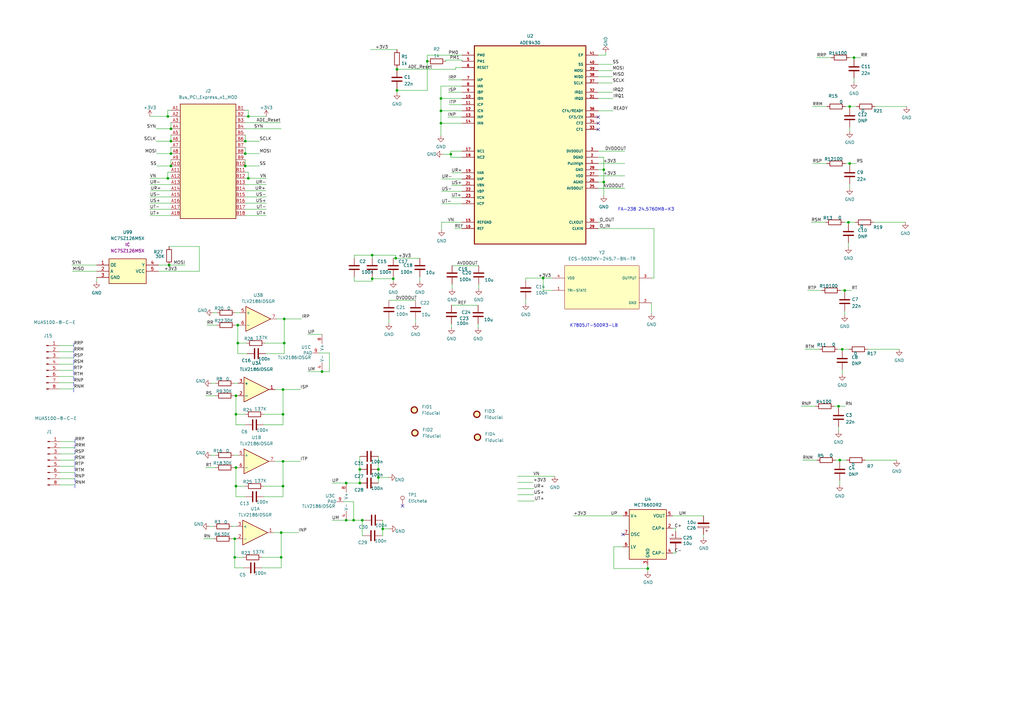
<source format=kicad_sch>
(kicad_sch (version 20211123) (generator eeschema)
  (paper "A3")
  (title_block (title "ADE Interface") (rev "4.0") (company "Delta Electronics SRL"))
  (junction (at 96.774 199.39))
  (junction (at 222.758 114.046))
  (junction (at 348.488 67.056))
  (junction (at 96.774 169.926))
  (junction (at 116.586 130.81))
  (junction (at 184.912 63.246))
  (junction (at 145.034 213.36))
  (junction (at 115.316 228.6))
  (junction (at 68.834 73.152))
  (junction (at 347.98 91.186))
  (junction (at 343.916 166.624))
  (junction (at 101.854 73.152))
  (junction (at 141.986 198.12))
  (junction (at 97.536 133.35))
  (junction (at 141.986 213.36))
  (junction (at 70.104 68.072))
  (junction (at 116.586 140.716))
  (junction (at 96.774 162.306))
  (junction (at 96.774 191.77))
  (junction (at 116.078 189.23))
  (junction (at 100.584 62.992))
  (junction (at 100.584 68.072))
  (junction (at 70.104 62.992))
  (junction (at 148.59 213.36))
  (junction (at 96.266 220.98))
  (junction (at 101.854 47.752))
  (junction (at 346.456 119.126))
  (junction (at 348.488 43.688))
  (junction (at 152.654 114.3))
  (junction (at 180.848 45.466))
  (junction (at 161.29 114.3))
  (junction (at 155.194 195.834))
  (junction (at 247.65 74.676))
  (junction (at 115.316 218.44))
  (junction (at 350.266 23.622))
  (junction (at 344.424 188.722))
  (junction (at 70.104 52.832))
  (junction (at 96.266 228.6))
  (junction (at 147.574 198.12))
  (junction (at 162.306 105.918))
  (junction (at 68.834 47.752))
  (junction (at 162.814 37.084))
  (junction (at 265.684 233.172))
  (junction (at 180.848 40.386))
  (junction (at 70.104 57.912))
  (junction (at 175.26 25.146))
  (junction (at 116.078 199.39))
  (junction (at 247.65 69.596))
  (junction (at 100.584 57.912))
  (junction (at 345.44 143.256))
  (junction (at 156.972 216.916))
  (junction (at 97.536 140.716))
  (junction (at 116.078 169.926))
  (junction (at 155.194 192.532))
  (junction (at 180.848 50.546))
  (junction (at 69.342 108.712))
  (junction (at 162.814 28.448))
  (junction (at 152.654 104.648))
  (junction (at 147.574 192.532))
  (junction (at 132.08 152.4))
  (junction (at 116.078 159.766))
  (no_connect (at 245.364 53.086))
  (no_connect (at 245.364 48.006))
  (no_connect (at 245.364 50.546))
  (no_connect (at 165.1 207.518))
  (no_connect (at 255.524 219.202))
  (wire (pts (xy 39.624 113.792) (xy 39.624 115.57)))
  (wire (pts (xy 245.364 69.596) (xy 247.65 69.596)))
  (wire (pts (xy 147.574 187.198) (xy 147.574 192.532)))
  (wire (pts (xy 347.98 99.568) (xy 347.98 101.346)))
  (wire (pts (xy 268.224 114.046) (xy 267.208 114.046)))
  (wire (pts (xy 184.912 63.246) (xy 181.61 63.246)))
  (wire (pts (xy 155.194 195.834) (xy 155.194 198.12)))
  (wire (pts (xy 70.104 55.372) (xy 70.104 57.912)))
  (wire (pts (xy 24.13 141.732) (xy 30.226 141.732)))
  (wire (pts (xy 108.966 145.034) (xy 116.586 145.034)))
  (wire (pts (xy 83.566 220.98) (xy 87.63 220.98)))
  (wire (pts (xy 275.844 226.822) (xy 277.114 226.822)))
  (wire (pts (xy 347.98 91.186) (xy 350.774 91.186)))
  (wire (pts (xy 162.306 105.918) (xy 172.212 105.918)))
  (wire (pts (xy 70.104 50.292) (xy 70.104 52.832)))
  (wire (pts (xy 159.512 130.81) (xy 159.512 132.588)))
  (wire (pts (xy 109.22 88.392) (xy 100.584 88.392)))
  (wire (pts (xy 24.13 156.972) (xy 30.226 156.972)))
  (wire (pts (xy 84.328 191.77) (xy 88.392 191.77)))
  (wire (pts (xy 255.524 224.282) (xy 251.714 224.282)))
  (wire (pts (xy 245.364 91.186) (xy 246.38 91.186)))
  (wire (pts (xy 100.584 199.39) (xy 96.774 199.39)))
  (wire (pts (xy 101.092 140.716) (xy 97.536 140.716)))
  (wire (pts (xy 181.102 73.406) (xy 189.484 73.406)))
  (wire (pts (xy 156.972 216.916) (xy 159.766 216.916)))
  (wire (pts (xy 81.788 101.092) (xy 81.788 111.252)))
  (polyline (pts (xy 30.734 180.086) (xy 30.734 200.152)))
  (wire (pts (xy 347.98 91.186) (xy 347.98 91.948)))
  (wire (pts (xy 348.488 67.056) (xy 351.282 67.056)))
  (wire (pts (xy 140.716 205.74) (xy 145.034 205.74)))
  (wire (pts (xy 189.484 24.638) (xy 189.484 25.146)))
  (wire (pts (xy 267.208 124.206) (xy 267.208 128.524)))
  (wire (pts (xy 346.456 119.126) (xy 349.25 119.126)))
  (wire (pts (xy 182.88 25.146) (xy 182.88 24.638)))
  (wire (pts (xy 345.44 143.256) (xy 345.44 144.018)))
  (wire (pts (xy 247.65 64.516) (xy 245.364 64.516)))
  (wire (pts (xy 172.212 113.538) (xy 172.212 115.316)))
  (wire (pts (xy 335.026 23.622) (xy 340.868 23.622)))
  (wire (pts (xy 108.966 78.232) (xy 100.584 78.232)))
  (wire (pts (xy 116.586 140.716) (xy 116.586 130.81)))
  (wire (pts (xy 247.65 69.596) (xy 247.65 74.676)))
  (wire (pts (xy 346.202 91.186) (xy 347.98 91.186)))
  (wire (pts (xy 145.034 205.74) (xy 145.034 213.36)))
  (wire (pts (xy 24.638 198.882) (xy 30.734 198.882)))
  (wire (pts (xy 149.098 219.71) (xy 148.59 219.71)))
  (wire (pts (xy 115.316 52.832) (xy 100.584 52.832)))
  (wire (pts (xy 170.434 130.81) (xy 170.434 132.588)))
  (wire (pts (xy 96.266 232.918) (xy 99.822 232.918)))
  (wire (pts (xy 115.316 232.918) (xy 115.316 228.6)))
  (wire (pts (xy 96.266 232.918) (xy 96.266 228.6)))
  (wire (pts (xy 344.424 188.722) (xy 344.424 189.484)))
  (wire (pts (xy 189.484 48.006) (xy 183.642 48.006)))
  (wire (pts (xy 348.488 23.622) (xy 350.266 23.622)))
  (wire (pts (xy 29.464 108.712) (xy 39.624 108.712)))
  (wire (pts (xy 343.916 166.624) (xy 343.916 167.386)))
  (wire (pts (xy 96.774 162.306) (xy 97.536 162.306)))
  (wire (pts (xy 135.128 152.4) (xy 132.08 152.4)))
  (wire (pts (xy 196.342 116.586) (xy 196.342 118.364)))
  (wire (pts (xy 342.646 188.722) (xy 344.424 188.722)))
  (wire (pts (xy 68.834 47.752) (xy 70.104 47.752)))
  (wire (pts (xy 245.364 26.416) (xy 251.206 26.416)))
  (wire (pts (xy 24.638 188.722) (xy 30.734 188.722)))
  (wire (pts (xy 29.718 111.252) (xy 39.624 111.252)))
  (wire (pts (xy 24.13 159.512) (xy 30.226 159.512)))
  (wire (pts (xy 108.204 169.926) (xy 116.078 169.926)))
  (wire (pts (xy 161.29 114.3) (xy 161.29 115.316)))
  (wire (pts (xy 344.424 197.104) (xy 344.424 198.882)))
  (wire (pts (xy 65.024 108.712) (xy 69.342 108.712)))
  (wire (pts (xy 24.638 193.802) (xy 30.734 193.802)))
  (wire (pts (xy 68.834 73.152) (xy 70.104 73.152)))
  (wire (pts (xy 329.184 188.722) (xy 335.026 188.722)))
  (wire (pts (xy 350.266 23.622) (xy 353.06 23.622)))
  (wire (pts (xy 116.078 174.244) (xy 116.078 169.926)))
  (wire (pts (xy 107.442 228.6) (xy 115.316 228.6)))
  (wire (pts (xy 151.892 20.32) (xy 162.814 20.32)))
  (wire (pts (xy 100.584 50.292) (xy 115.062 50.292)))
  (wire (pts (xy 212.344 195.326) (xy 227.584 195.326)))
  (wire (pts (xy 69.342 101.092) (xy 81.788 101.092)))
  (wire (pts (xy 84.836 133.35) (xy 88.9 133.35)))
  (wire (pts (xy 215.646 114.046) (xy 215.646 115.062)))
  (wire (pts (xy 108.204 203.708) (xy 116.078 203.708)))
  (wire (pts (xy 180.848 45.466) (xy 189.484 45.466)))
  (wire (pts (xy 277.114 216.662) (xy 277.114 217.932)))
  (wire (pts (xy 97.536 145.034) (xy 97.536 140.716)))
  (wire (pts (xy 162.814 27.94) (xy 162.814 28.448)))
  (wire (pts (xy 109.22 73.152) (xy 101.854 73.152)))
  (wire (pts (xy 147.574 192.532) (xy 147.574 198.12)))
  (wire (pts (xy 245.364 93.726) (xy 268.224 93.726)))
  (wire (pts (xy 61.468 85.852) (xy 70.104 85.852)))
  (wire (pts (xy 96.774 174.244) (xy 100.584 174.244)))
  (wire (pts (xy 180.848 50.546) (xy 189.484 50.546)))
  (wire (pts (xy 189.484 91.186) (xy 181.102 91.186)))
  (wire (pts (xy 152.654 114.3) (xy 161.29 114.3)))
  (wire (pts (xy 70.104 65.532) (xy 70.104 68.072)))
  (wire (pts (xy 328.676 166.624) (xy 334.518 166.624)))
  (wire (pts (xy 101.854 47.752) (xy 100.584 47.752)))
  (wire (pts (xy 182.88 24.638) (xy 189.484 24.638)))
  (wire (pts (xy 189.484 61.976) (xy 184.912 61.976)))
  (wire (pts (xy 180.848 40.386) (xy 180.848 45.466)))
  (wire (pts (xy 185.166 125.222) (xy 196.088 125.222)))
  (wire (pts (xy 141.986 198.12) (xy 147.574 198.12)))
  (wire (pts (xy 185.166 81.026) (xy 189.484 81.026)))
  (wire (pts (xy 245.364 45.466) (xy 251.46 45.466)))
  (wire (pts (xy 116.586 145.034) (xy 116.586 140.716)))
  (wire (pts (xy 65.024 111.252) (xy 81.788 111.252)))
  (wire (pts (xy 108.204 199.39) (xy 116.078 199.39)))
  (wire (pts (xy 96.266 228.6) (xy 96.266 220.98)))
  (wire (pts (xy 115.316 218.44) (xy 122.428 218.44)))
  (wire (pts (xy 70.104 70.612) (xy 68.834 70.612)))
  (polyline (pts (xy 30.226 160.782) (xy 30.226 160.782)))
  (wire (pts (xy 332.74 91.186) (xy 338.582 91.186)))
  (wire (pts (xy 185.42 108.966) (xy 196.342 108.966)))
  (wire (pts (xy 215.646 122.682) (xy 215.646 124.46)))
  (wire (pts (xy 247.65 74.676) (xy 247.65 80.264)))
  (wire (pts (xy 245.364 74.676) (xy 247.65 74.676)))
  (wire (pts (xy 96.774 174.244) (xy 96.774 169.926)))
  (wire (pts (xy 275.844 211.582) (xy 288.544 211.582)))
  (wire (pts (xy 88.392 157.226) (xy 86.614 157.226)))
  (wire (pts (xy 108.204 174.244) (xy 116.078 174.244)))
  (wire (pts (xy 245.364 31.496) (xy 251.206 31.496)))
  (wire (pts (xy 350.266 32.004) (xy 350.266 33.782)))
  (wire (pts (xy 189.484 27.686) (xy 186.944 27.686)))
  (wire (pts (xy 61.468 75.692) (xy 70.104 75.692)))
  (wire (pts (xy 24.638 181.102) (xy 30.734 181.102)))
  (wire (pts (xy 248.412 22.606) (xy 248.412 21.59)))
  (wire (pts (xy 348.488 75.438) (xy 348.488 77.216)))
  (wire (pts (xy 344.424 188.722) (xy 347.218 188.722)))
  (wire (pts (xy 212.344 197.866) (xy 218.694 197.866)))
  (wire (pts (xy 132.08 137.16) (xy 126.238 137.16)))
  (wire (pts (xy 155.194 192.532) (xy 155.194 195.834)))
  (wire (pts (xy 348.488 43.688) (xy 348.488 44.45)))
  (wire (pts (xy 61.468 80.772) (xy 70.104 80.772)))
  (wire (pts (xy 61.468 88.392) (xy 70.104 88.392)))
  (wire (pts (xy 186.944 28.448) (xy 162.814 28.448)))
  (wire (pts (xy 162.814 28.448) (xy 162.814 28.702)))
  (wire (pts (xy 68.834 70.612) (xy 68.834 73.152)))
  (wire (pts (xy 186.944 27.686) (xy 186.944 28.448)))
  (wire (pts (xy 141.986 213.36) (xy 136.144 213.36)))
  (wire (pts (xy 181.102 91.186) (xy 181.102 94.234)))
  (wire (pts (xy 109.22 75.692) (xy 100.584 75.692)))
  (wire (pts (xy 355.854 143.256) (xy 368.808 143.256)))
  (wire (pts (xy 96.774 203.708) (xy 96.774 199.39)))
  (wire (pts (xy 180.848 35.306) (xy 180.848 40.386)))
  (wire (pts (xy 162.814 36.322) (xy 162.814 37.084)))
  (wire (pts (xy 100.584 45.212) (xy 101.854 45.212)))
  (wire (pts (xy 116.586 130.81) (xy 123.698 130.81)))
  (wire (pts (xy 70.104 62.992) (xy 64.262 62.992)))
  (wire (pts (xy 189.484 64.516) (xy 184.912 64.516)))
  (wire (pts (xy 185.166 132.842) (xy 185.166 134.366)))
  (wire (pts (xy 101.854 70.612) (xy 101.854 73.152)))
  (wire (pts (xy 148.59 213.36) (xy 148.59 219.71)))
  (wire (pts (xy 344.678 119.126) (xy 346.456 119.126)))
  (wire (pts (xy 245.364 34.036) (xy 251.206 34.036)))
  (wire (pts (xy 148.59 213.36) (xy 149.352 213.36)))
  (wire (pts (xy 346.71 43.688) (xy 348.488 43.688)))
  (wire (pts (xy 97.536 145.034) (xy 101.346 145.034)))
  (wire (pts (xy 180.848 40.386) (xy 189.484 40.386)))
  (wire (pts (xy 161.29 113.538) (xy 161.29 114.3)))
  (wire (pts (xy 132.08 152.4) (xy 126.238 152.4)))
  (wire (pts (xy 226.568 114.046) (xy 222.758 114.046)))
  (wire (pts (xy 185.166 70.866) (xy 189.484 70.866)))
  (wire (pts (xy 155.194 195.834) (xy 159.512 195.834)))
  (wire (pts (xy 186.436 93.726) (xy 189.484 93.726)))
  (wire (pts (xy 184.912 61.976) (xy 184.912 63.246)))
  (wire (pts (xy 109.22 47.752) (xy 101.854 47.752)))
  (wire (pts (xy 115.316 228.6) (xy 115.316 218.44)))
  (wire (pts (xy 189.484 35.306) (xy 180.848 35.306)))
  (wire (pts (xy 96.012 162.306) (xy 96.774 162.306)))
  (wire (pts (xy 212.344 202.946) (xy 218.948 202.946)))
  (wire (pts (xy 24.638 196.342) (xy 30.734 196.342)))
  (wire (pts (xy 24.13 146.812) (xy 30.226 146.812)))
  (wire (pts (xy 343.916 175.006) (xy 343.916 176.784)))
  (wire (pts (xy 24.638 191.262) (xy 30.734 191.262)))
  (wire (pts (xy 109.22 83.312) (xy 100.584 83.312)))
  (wire (pts (xy 180.848 50.546) (xy 180.848 55.626)))
  (wire (pts (xy 156.972 213.36) (xy 156.972 216.916)))
  (wire (pts (xy 185.166 75.946) (xy 189.484 75.946)))
  (wire (pts (xy 145.288 105.918) (xy 145.288 104.648)))
  (wire (pts (xy 101.854 73.152) (xy 100.584 73.152)))
  (wire (pts (xy 346.456 127.508) (xy 346.456 129.286)))
  (wire (pts (xy 87.63 215.9) (xy 85.852 215.9)))
  (wire (pts (xy 100.584 62.992) (xy 106.426 62.992)))
  (wire (pts (xy 343.662 143.256) (xy 345.44 143.256)))
  (wire (pts (xy 61.722 78.232) (xy 70.104 78.232)))
  (polyline (pts (xy 30.734 200.152) (xy 30.734 200.152)))
  (wire (pts (xy 70.104 45.212) (xy 68.834 45.212)))
  (wire (pts (xy 212.344 200.406) (xy 218.948 200.406)))
  (wire (pts (xy 189.484 32.766) (xy 183.896 32.766)))
  (wire (pts (xy 245.364 72.136) (xy 256.286 72.136)))
  (wire (pts (xy 145.288 104.648) (xy 152.654 104.648)))
  (wire (pts (xy 350.266 23.622) (xy 350.266 24.384)))
  (wire (pts (xy 100.584 70.612) (xy 101.854 70.612)))
  (wire (pts (xy 68.834 45.212) (xy 68.834 47.752)))
  (wire (pts (xy 96.774 203.708) (xy 100.584 203.708)))
  (wire (pts (xy 265.684 231.902) (xy 265.684 233.172)))
  (wire (pts (xy 235.204 211.582) (xy 255.524 211.582)))
  (wire (pts (xy 345.44 151.638) (xy 345.44 153.416)))
  (wire (pts (xy 113.538 130.81) (xy 116.586 130.81)))
  (wire (pts (xy 100.584 57.912) (xy 106.426 57.912)))
  (wire (pts (xy 162.814 37.084) (xy 162.814 38.1)))
  (wire (pts (xy 245.364 61.976) (xy 256.286 61.976)))
  (wire (pts (xy 152.654 105.918) (xy 152.654 104.648)))
  (wire (pts (xy 24.638 186.182) (xy 30.734 186.182)))
  (wire (pts (xy 107.442 232.918) (xy 115.316 232.918)))
  (wire (pts (xy 161.29 105.918) (xy 162.306 105.918)))
  (wire (pts (xy 116.078 159.766) (xy 123.19 159.766)))
  (wire (pts (xy 175.26 25.146) (xy 175.26 37.084)))
  (wire (pts (xy 88.9 128.27) (xy 87.376 128.27)))
  (wire (pts (xy 251.714 224.282) (xy 251.714 233.172)))
  (wire (pts (xy 116.078 199.39) (xy 116.078 189.23)))
  (wire (pts (xy 112.268 218.44) (xy 115.316 218.44)))
  (wire (pts (xy 348.488 43.688) (xy 351.282 43.688)))
  (wire (pts (xy 96.52 133.35) (xy 97.536 133.35)))
  (wire (pts (xy 61.468 83.312) (xy 70.104 83.312)))
  (wire (pts (xy 155.194 187.198) (xy 155.194 192.532)))
  (wire (pts (xy 116.078 189.23) (xy 123.19 189.23)))
  (wire (pts (xy 70.104 57.912) (xy 64.008 57.912)))
  (wire (pts (xy 184.15 42.926) (xy 189.484 42.926)))
  (wire (pts (xy 251.714 233.172) (xy 265.684 233.172)))
  (wire (pts (xy 109.22 80.772) (xy 100.584 80.772)))
  (wire (pts (xy 116.078 169.926) (xy 116.078 159.766)))
  (wire (pts (xy 245.364 40.386) (xy 251.46 40.386)))
  (wire (pts (xy 222.758 119.126) (xy 222.758 114.046)))
  (wire (pts (xy 184.912 64.516) (xy 184.912 63.246)))
  (wire (pts (xy 96.774 169.926) (xy 96.774 162.306)))
  (wire (pts (xy 358.394 91.186) (xy 371.348 91.186)))
  (wire (pts (xy 348.488 52.07) (xy 348.488 53.848)))
  (wire (pts (xy 185.42 116.586) (xy 185.42 118.364)))
  (wire (pts (xy 99.822 228.6) (xy 96.266 228.6)))
  (wire (pts (xy 112.776 189.23) (xy 116.078 189.23)))
  (wire (pts (xy 101.854 45.212) (xy 101.854 47.752)))
  (wire (pts (xy 348.488 67.056) (xy 348.488 67.818)))
  (wire (pts (xy 141.986 198.12) (xy 136.144 198.12)))
  (wire (pts (xy 226.568 119.126) (xy 222.758 119.126)))
  (wire (pts (xy 145.034 213.36) (xy 148.59 213.36)))
  (wire (pts (xy 346.456 119.126) (xy 346.456 119.888)))
  (wire (pts (xy 354.838 188.722) (xy 367.792 188.722)))
  (wire (pts (xy 61.468 47.752) (xy 68.834 47.752)))
  (wire (pts (xy 181.102 78.486) (xy 189.484 78.486)))
  (wire (pts (xy 70.104 68.072) (xy 64.262 68.072)))
  (wire (pts (xy 152.654 114.3) (xy 152.654 115.316)))
  (wire (pts (xy 183.896 37.846) (xy 189.484 37.846)))
  (wire (pts (xy 109.22 85.852) (xy 100.584 85.852)))
  (wire (pts (xy 343.916 166.624) (xy 346.71 166.624)))
  (wire (pts (xy 152.654 104.648) (xy 162.306 104.648)))
  (wire (pts (xy 100.584 68.072) (xy 106.426 68.072)))
  (wire (pts (xy 100.584 65.532) (xy 100.584 68.072)))
  (wire (pts (xy 108.712 140.716) (xy 116.586 140.716)))
  (wire (pts (xy 346.71 67.056) (xy 348.488 67.056)))
  (wire (pts (xy 96.774 191.77) (xy 97.536 191.77)))
  (wire (pts (xy 288.544 219.202) (xy 288.544 220.472)))
  (wire (pts (xy 333.248 43.688) (xy 339.09 43.688)))
  (wire (pts (xy 345.44 143.256) (xy 348.234 143.256)))
  (wire (pts (xy 245.364 37.846) (xy 251.206 37.846)))
  (wire (pts (xy 24.13 144.272) (xy 30.226 144.272)))
  (wire (pts (xy 84.328 162.306) (xy 88.392 162.306)))
  (wire (pts (xy 212.344 205.486) (xy 219.202 205.486)))
  (wire (pts (xy 277.114 226.822) (xy 277.114 225.552)))
  (wire (pts (xy 97.536 133.35) (xy 98.298 133.35)))
  (wire (pts (xy 265.684 233.172) (xy 265.684 234.442)))
  (wire (pts (xy 333.248 67.056) (xy 339.09 67.056)))
  (wire (pts (xy 96.52 128.27) (xy 98.298 128.27)))
  (wire (pts (xy 268.224 93.726) (xy 268.224 114.046)))
  (wire (pts (xy 196.088 132.842) (xy 196.088 134.366)))
  (wire (pts (xy 95.25 220.98) (xy 96.266 220.98)))
  (wire (pts (xy 96.012 191.77) (xy 96.774 191.77)))
  (wire (pts (xy 162.814 37.084) (xy 175.26 37.084)))
  (wire (pts (xy 152.654 113.538) (xy 152.654 114.3)))
  (wire (pts (xy 100.584 60.452) (xy 100.584 62.992)))
  (wire (pts (xy 112.776 159.766) (xy 116.078 159.766)))
  (wire (pts (xy 245.364 77.216) (xy 256.286 77.216)))
  (wire (pts (xy 100.584 169.926) (xy 96.774 169.926)))
  (wire (pts (xy 24.638 183.642) (xy 30.734 183.642)))
  (wire (pts (xy 156.972 219.71) (xy 156.718 219.71)))
  (wire (pts (xy 222.758 114.046) (xy 215.646 114.046)))
  (wire (pts (xy 69.342 108.712) (xy 75.946 108.712)))
  (wire (pts (xy 145.288 113.538) (xy 145.288 115.316)))
  (wire (pts (xy 189.484 22.606) (xy 175.26 22.606)))
  (wire (pts (xy 145.034 213.36) (xy 141.986 213.36)))
  (wire (pts (xy 275.844 216.662) (xy 277.114 216.662)))
  (wire (pts (xy 61.468 73.152) (xy 68.834 73.152)))
  (wire (pts (xy 95.25 215.9) (xy 97.028 215.9)))
  (wire (pts (xy 24.13 154.432) (xy 30.226 154.432)))
  (wire (pts (xy 331.216 119.126) (xy 337.058 119.126)))
  (wire (pts (xy 130.81 144.78) (xy 135.128 144.78)))
  (wire (pts (xy 162.306 104.648) (xy 162.306 105.918)))
  (wire (pts (xy 24.13 149.352) (xy 30.226 149.352)))
  (wire (pts (xy 175.26 22.606) (xy 175.26 25.146)))
  (wire (pts (xy 342.138 166.624) (xy 343.916 166.624)))
  (wire (pts (xy 156.972 216.916) (xy 156.972 219.71)))
  (wire (pts (xy 97.536 140.716) (xy 97.536 133.35)))
  (wire (pts (xy 135.128 144.78) (xy 135.128 152.4)))
  (wire (pts (xy 96.266 220.98) (xy 97.028 220.98)))
  (wire (pts (xy 180.848 45.466) (xy 180.848 50.546)))
  (wire (pts (xy 116.078 203.708) (xy 116.078 199.39)))
  (wire (pts (xy 245.364 67.056) (xy 256.286 67.056)))
  (wire (pts (xy 247.65 64.516) (xy 247.65 69.596)))
  (wire (pts (xy 152.654 115.316) (xy 145.288 115.316)))
  (wire (pts (xy 70.104 60.452) (xy 70.104 62.992)))
  (wire (pts (xy 330.2 143.256) (xy 336.042 143.256)))
  (wire (pts (xy 245.364 28.956) (xy 251.206 28.956)))
  (wire (pts (xy 88.392 186.69) (xy 86.614 186.69)))
  (wire (pts (xy 96.012 186.69) (xy 97.536 186.69)))
  (wire (pts (xy 70.104 52.832) (xy 64.008 52.832)))
  (wire (pts (xy 245.364 22.606) (xy 248.412 22.606)))
  (wire (pts (xy 24.13 151.892) (xy 30.226 151.892)))
  (polyline (pts (xy 30.226 140.716) (xy 30.226 160.782)))
  (wire (pts (xy 358.902 43.688) (xy 371.856 43.688)))
  (wire (pts (xy 181.102 83.566) (xy 189.484 83.566)))
  (wire (pts (xy 100.584 55.372) (xy 100.584 57.912)))
  (wire (pts (xy 159.512 123.19) (xy 170.434 123.19)))
  (wire (pts (xy 96.774 199.39) (xy 96.774 191.77)))
  (wire (pts (xy 96.012 157.226) (xy 97.536 157.226)))
  (text "FA-238 24.5760MB-K3" (at 253.4158 86.7156 0) (effects (font (size 1.27 1.27)) (justify left bottom)))
  (text "K7805JT-500R3-LB" (at 233.68 134.366 0) (effects (font (size 1.27 1.27)) (justify left bottom)))
  (label "+3V3" (at 220.726 114.046 0))
  (label "C-" (at 276.606 226.822 0))
  (label "RSP" (at 30.734 186.182 0))
  (label "RS" (at 351.282 67.056 0))
  (label "RRM" (at 30.226 144.272 0))
  (label "UM" (at 278.384 211.582 0))
  (label "RRM" (at 30.734 183.642 0))
  (label "INP" (at 122.428 218.44 0))
  (label "RNM" (at 30.226 159.512 0))
  (label "US+" (at 109.22 83.312 180))
  (label "SYN" (at 29.464 108.712 0))
  (label "+3V3" (at 218.694 197.866 0))
  (label "RTP" (at 331.216 119.126 0))
  (label "SCLK" (at 64.008 57.912 180))
  (label "US-" (at 181.102 78.486 0))
  (label "REF" (at 186.436 93.726 0))
  (label "US-" (at 109.22 80.772 180))
  (label "RSM" (at 30.734 188.722 0))
  (label "RNP" (at 328.676 166.624 0))
  (label "O_OUT" (at 245.872 91.186 0))
  (label "SCLK" (at 251.206 34.036 0))
  (label "UP" (at 136.144 198.12 0))
  (label "MOSI" (at 251.206 28.956 0))
  (label "UR-" (at 181.102 73.406 0))
  (label "+3V3" (at 163.322 105.918 0))
  (label "PM0" (at 183.896 22.606 0))
  (label "RR" (at 84.836 133.35 0))
  (label "RSM" (at 30.226 149.352 0))
  (label "VN" (at 218.694 195.326 0))
  (label "MOSI" (at 64.262 62.992 180))
  (label "SCLK" (at 106.426 57.912 0))
  (label "REF" (at 187.706 125.222 0))
  (label "PM1" (at 184.404 24.638 0))
  (label "+3V3" (at 235.204 211.582 0))
  (label "VN" (at 109.22 73.152 180))
  (label "RNM" (at 329.184 188.722 0))
  (label "DVDDOUT" (at 248.158 61.976 0))
  (label "VN" (at 183.642 91.186 0))
  (label "SYN" (at 64.008 52.832 180))
  (label "RNP" (at 30.226 156.972 0))
  (label "+3V3" (at 247.396 67.056 0))
  (label "+3V3" (at 247.396 72.136 0))
  (label "RTP" (at 30.734 191.262 0))
  (label "SS" (at 106.426 68.072 0))
  (label "UP" (at 250.444 211.582 0))
  (label "UT+" (at 185.166 81.026 0))
  (label "RN" (at 346.71 166.624 0))
  (label "ITP" (at 123.19 189.23 0))
  (label "RTP" (at 30.226 151.892 0))
  (label "MISO" (at 251.206 31.496 0))
  (label "RNM" (at 30.734 198.882 0))
  (label "RSP" (at 333.248 67.056 0))
  (label "AVDDOUT" (at 187.452 108.966 0))
  (label "US+" (at 218.948 202.946 0))
  (label "MOSI" (at 106.426 62.992 0))
  (label "IRQ1" (at 251.46 40.386 0))
  (label "RRM" (at 333.248 43.688 0))
  (label "RS" (at 84.328 162.306 0))
  (label "C+" (at 276.606 216.662 0))
  (label "RRP" (at 30.226 141.732 0))
  (label "UR-" (at 61.468 75.692 0))
  (label "UT-" (at 61.468 85.852 0))
  (label "O_IN" (at 245.872 93.726 0))
  (label "UT+" (at 109.22 88.392 180))
  (label "UT+" (at 61.468 88.392 0))
  (label "RSM" (at 332.74 91.186 0))
  (label "RN" (at 83.566 220.98 0))
  (label "SS" (at 64.262 68.072 180))
  (label "UT-" (at 181.102 83.566 0))
  (label "UP" (at 126.238 137.16 0))
  (label "AVDDOUT" (at 247.396 77.216 0))
  (label "UT+" (at 219.202 205.486 0))
  (label "US+" (at 185.166 75.946 0))
  (label "DVDDOUT" (at 162.306 123.19 0))
  (label "VN" (at 61.468 73.152 0))
  (label "RRP" (at 335.026 23.622 0))
  (label "RTM" (at 30.226 154.432 0))
  (label "US+" (at 61.468 83.312 0))
  (label "RTM" (at 30.734 193.802 0))
  (label "IRQ2" (at 251.206 37.846 0))
  (label "ISP" (at 183.896 37.846 0))
  (label "US-" (at 61.468 80.772 0))
  (label "SS" (at 251.206 26.416 0))
  (label "READY" (at 251.46 45.466 0))
  (label "+3V3" (at 67.31 111.252 0))
  (label "SYN" (at 104.14 52.832 0))
  (label "UR+" (at 218.948 200.406 0))
  (label "UR+" (at 61.722 78.232 0))
  (label "MOSI" (at 75.946 108.712 180))
  (label "RT" (at 84.328 191.77 0))
  (label "UM" (at 126.238 152.4 0))
  (label "+3V3" (at 153.924 20.32 0))
  (label "RRP" (at 30.734 181.102 0))
  (label "IRP" (at 123.698 130.81 0))
  (label "RNP" (at 30.734 196.342 0))
  (label "ADE_Reset" (at 167.386 28.448 0))
  (label "ADE_Reset" (at 115.062 50.292 180))
  (label "UM" (at 136.144 213.36 0))
  (label "UR-" (at 109.22 75.692 180))
  (label "RSP" (at 30.226 146.812 0))
  (label "MISO" (at 29.718 111.252 0))
  (label "RT" (at 349.25 119.126 0))
  (label "INP" (at 183.642 48.006 0))
  (label "RTM" (at 330.2 143.256 0))
  (label "ISP" (at 123.19 159.766 0))
  (label "RR" (at 353.06 23.622 0))
  (label "UT-" (at 109.22 85.852 180))
  (label "UR+" (at 185.166 70.866 0))
  (label "IRP" (at 183.896 32.766 0))
  (label "ITP" (at 184.15 42.926 0))
  (label "UR+" (at 108.966 78.232 180))
  (symbol (lib_id "power:GND") (at 159.512 195.834 90) (unit 1)
    (property "Reference" "#PWR03" (effects hide))
    (property "Value" "GND" (at 163.8554 196.7738 90))
  )
  (symbol (lib_id "Connector:TestPoint") (at 165.1 207.518 0) (unit 1)
    (property "Reference" "TP1" (at 167.386 202.9459 0) (effects (justify left)))
    (property "Value" "Eticheta" (at 167.386 205.4859 0) (effects (justify left)))
    (property "Footprint" "Symbol:Eticheta" (effects hide))
  )
  (symbol (lib_id "power:GND") (at 172.212 115.316 0) (mirror y) (unit 1)
    (property "Reference" "#PWR0157" (effects hide))
    (property "Value" "GND" (at 172.212 119.8785 0))
  )
  (symbol (lib_id "Device:C") (at 103.632 232.918 270) (unit 1)
    (property "Reference" "C5" (at 99.4918 235.7374 90))
    (property "Value" "100n" (at 106.8578 235.1024 90))
    (property "Footprint" "Capacitor_SMD:C_0402_1005Metric" (effects hide))
  )
  (symbol (lib_id "power:GND") (at 348.488 53.848 0) (unit 1)
    (property "Reference" "#PWR09" (effects hide))
    (property "Value" "GND" (at 348.488 58.4105 0))
  )
  (symbol (lib_id "Device:C") (at 105.156 145.034 270) (unit 1)
    (property "Reference" "C16" (at 101.0158 147.8534 90))
    (property "Value" "100n" (at 108.3818 147.2184 90))
    (property "Footprint" "Capacitor_SMD:C_0402_1005Metric" (effects hide))
  )
  (symbol (lib_name "OPA2134_1") (lib_id "Amplifier_Operational:OPA2134") (at 134.62 144.78 0) (unit 3)
    (property "Reference" "U1" (at 127.5588 142.3924 0) (effects (justify right)))
    (property "Value" "TLV2186IDSGR" (at 127.6351 146.6466 0) (effects (justify right)))
    (property "Footprint" "Package_SON:WSON-8-1EP_2x2mm_P0.5mm_EP0.9x1.6mm_ThermalVias" (effects hide))
    (property "Datasheet" "http://www.ti.com/lit/ds/symlink/opa134.pdf" (effects hide))
  )
  (symbol (lib_id "power:GND") (at 85.852 215.9 270) (unit 1)
    (property "Reference" "#PWR010" (effects hide))
    (property "Value" "GND" (at 81.5086 214.9602 90))
  )
  (symbol (lib_id "Device:R") (at 351.028 188.722 90) (unit 1)
    (property "Reference" "R7" (at 355.6 191.262 90) (effects (justify right)))
    (property "Value" "0" (at 349.1614 190.5 90) (effects (justify right)))
    (property "Footprint" "Resistor_SMD:R_0402_1005Metric" (effects hide))
  )
  (symbol (lib_id "Device:C") (at 152.908 219.71 270) (unit 1)
    (property "Reference" "C29" (at 148.7678 222.5294 90))
    (property "Value" "100n" (at 156.1338 221.8944 90))
    (property "Footprint" "Capacitor_SMD:C_0402_1005Metric" (effects hide))
  )
  (symbol (lib_id "Device:R") (at 92.71 128.27 270) (unit 1)
    (property "Reference" "R20" (at 91.8015 126.492 90) (effects (justify right)))
    (property "Value" "0" (at 94.5766 126.492 90) (effects (justify right)))
    (property "Footprint" "Resistor_SMD:R_0402_1005Metric" (effects hide))
  )
  (symbol (lib_id "Device:C") (at 145.288 109.728 0) (unit 1)
    (property "Reference" "C2" (at 147.3454 107.2388 0) (effects (justify left)))
    (property "Value" "100n" (at 148.209 111.5946 0) (effects (justify left)))
    (property "Footprint" "Capacitor_SMD:C_0603_1608Metric" (effects hide))
  )
  (symbol (lib_name "OPA2134_1") (lib_id "Amplifier_Operational:OPA2134") (at 144.526 205.74 0) (unit 3)
    (property "Reference" "U3" (at 137.4648 203.3524 0) (effects (justify right)))
    (property "Value" "TLV2186IDSGR" (at 137.5411 207.6066 0) (effects (justify right)))
    (property "Footprint" "Package_SON:WSON-8-1EP_2x2mm_P0.5mm_EP0.9x1.6mm_ThermalVias" (effects hide))
    (property "Datasheet" "http://www.ti.com/lit/ds/symlink/opa134.pdf" (effects hide))
  )
  (symbol (lib_id "Device:CP") (at 288.544 215.392 180) (unit 1)
    (property "Reference" "C26" (at 285.5468 216.5604 0) (effects (justify left)))
    (property "Value" "10u" (at 285.5468 214.249 0) (effects (justify left)))
    (property "Footprint" "Capacitor_SMD:C_1206_3216Metric" (effects hide))
  )
  (symbol (lib_id "Buffer3S:NC7SZ126M5X") (at 39.624 108.712 0) (unit 1)
    (property "Reference" "U99" (at 52.324 95.25 0))
    (property "Value" "NC7SZ126M5X" (at 52.324 97.79 0))
    (property "Footprint" "Buffer3S:Buffer3S" (effects hide))
    (property "Reference_1" "IC" (at 52.324 100.33 0))
    (property "Value_1" "NC7SZ126M5X" (at 52.324 102.87 0))
    (property "Footprint_1" "SOT95P280X145-5N" (effects hide))
    (property "Height" "1.45" (effects hide))
    (property "Manufacturer_Name" "onsemi" (effects hide))
    (property "Manufacturer_Part_Number" "NC7SZ126M5X" (effects hide))
    (property "Mouser Part Number" "512-NC7SZ126M5X" (effects hide))
    (property "Mouser Price/Stock" "https://www.mouser.co.uk/ProductDetail/ON-Semiconductor-Fairchild/NC7SZ126M5X?qs=HZXUBxYhOPmLzNTkuMx7Mg%3D%3D" (effects hide))
    (property "Arrow Part Number" "NC7SZ126M5X" (effects hide))
    (property "Arrow Price/Stock" "https://www.arrow.com/en/products/nc7sz126m5x/on-semiconductor?region=nac" (effects hide))
  )
  (symbol (lib_id "Device:CP") (at 277.114 221.742 0) (unit 1)
    (property "Reference" "C25" (at 280.1112 220.5736 0) (effects (justify left)))
    (property "Value" "10u" (at 280.1112 222.885 0) (effects (justify left)))
    (property "Footprint" "Capacitor_SMD:C_1206_3216Metric" (effects hide))
  )
  (symbol (lib_id "Device:R") (at 338.836 188.722 270) (unit 1)
    (property "Reference" "R5" (at 337.9275 186.944 90) (effects (justify right)))
    (property "Value" "0" (at 341.63 186.8424 90) (effects (justify right)))
    (property "Footprint" "Resistor_SMD:R_0402_1005Metric" (effects hide))
  )
  (symbol (lib_id "power:GND") (at 343.916 176.784 0) (unit 1)
    (property "Reference" "#PWR01" (effects hide))
    (property "Value" "GND" (at 343.916 181.3465 0))
  )
  (symbol (lib_id "Device:C") (at 196.088 129.032 0) (mirror y) (unit 1)
    (property "Reference" "C24" (at 193.167 128.1235 0) (effects (justify left)))
    (property "Value" "10u" (at 202.2856 131.0894 0) (effects (justify left)))
    (property "Footprint" "Capacitor_SMD:C_1206_3216Metric" (effects hide))
  )
  (symbol (lib_id "power:GND") (at 215.646 124.46 0) (unit 1)
    (property "Reference" "#PWR0161" (effects hide))
    (property "Value" "GND" (at 215.646 129.0225 0))
  )
  (symbol (lib_id "Device:R") (at 355.092 43.688 90) (unit 1)
    (property "Reference" "R21" (at 358.14 45.466 90) (effects (justify right)))
    (property "Value" "0" (at 353.2254 45.466 90) (effects (justify right)))
    (property "Footprint" "Resistor_SMD:R_0402_1005Metric" (effects hide))
  )
  (symbol (lib_id "Device:R") (at 91.44 220.98 270) (unit 1)
    (property "Reference" "R6" (at 90.5315 219.202 90) (effects (justify right)))
    (property "Value" "30K" (at 94.4626 219.1004 90) (effects (justify right)))
    (property "Footprint" "Resistor_SMD:R_0402_1005Metric" (effects hide))
  )
  (symbol (lib_id "Device:C") (at 346.456 123.698 0) (unit 1)
    (property "Reference" "C7" (at 349.377 122.7895 0) (effects (justify left)))
    (property "Value" "22n" (at 349.377 125.5646 0) (effects (justify left)))
    (property "Footprint" "Capacitor_SMD:C_0402_1005Metric" (effects hide))
  )
  (symbol (lib_id "power:GND") (at 367.792 188.722 0) (unit 1)
    (property "Reference" "#PWR017" (effects hide))
    (property "Value" "GND" (at 367.792 193.2845 0))
  )
  (symbol (lib_id "power:GND") (at 161.29 115.316 0) (unit 1)
    (property "Reference" "#PWR0158" (effects hide))
    (property "Value" "GND" (at 161.29 119.8785 0))
  )
  (symbol (lib_id "Device:R") (at 339.852 143.256 270) (unit 1)
    (property "Reference" "R11" (at 338.9435 141.478 90) (effects (justify right)))
    (property "Value" "0" (at 342.646 141.3764 90) (effects (justify right)))
    (property "Footprint" "Resistor_SMD:R_0402_1005Metric" (effects hide))
  )
  (symbol (lib_id "power:GND") (at 39.624 115.57 0) (unit 1)
    (property "Reference" "#PWR0104" (effects hide))
    (property "Value" "GND" (at 39.624 120.1325 0))
  )
  (symbol (lib_id "Regulator_SwitchedCapacitor:LMC7660") (at 265.684 219.202 0) (unit 1)
    (property "Reference" "U4" (at 265.684 204.8002 0))
    (property "Value" "MC7660DR2" (at 265.684 207.1116 0))
    (property "Footprint" "Package_SO:SO-8_3.9x4.9mm_P1.27mm" (effects hide))
    (property "Datasheet" "http://www.ti.com/lit/ds/symlink/lmc7660.pdf" (effects hide))
  )
  (symbol (lib_id "power:GND") (at 185.42 118.364 0) (unit 1)
    (property "Reference" "#PWR0166" (effects hide))
    (property "Value" "GND" (at 185.42 122.9265 0))
  )
  (symbol (lib_id "power:GND") (at 371.348 91.186 0) (unit 1)
    (property "Reference" "#PWR019" (effects hide))
    (property "Value" "GND" (at 371.348 95.7485 0))
  )
  (symbol (lib_id "ECS-5032:ECS-5032MV-245.7-BN-TR") (at 246.888 116.586 0) (unit 1)
    (property "Reference" "Y2" (at 246.888 103.5812 0))
    (property "Value" "ECS-5032MV-245.7-BN-TR" (at 246.888 106.1212 0))
    (property "Footprint" "Oscillator:OSC_ECS-5032MV-245.7-BN-TR" (effects hide))
  )
  (symbol (lib_id "Amplifier_Operational:OPA2134") (at 105.156 159.766 0) (unit 1)
    (property "Reference" "U3" (at 105.156 148.9456 0))
    (property "Value" "TLV2186IDSGR" (at 105.156 151.4856 0))
    (property "Footprint" "Package_SON:WSON-8-1EP_2x2mm_P0.5mm_EP0.9x1.6mm_ThermalVias" (effects hide))
    (property "Datasheet" "http://www.ti.com/lit/ds/symlink/opa134.pdf" (effects hide))
  )
  (symbol (lib_id "Device:R") (at 92.202 186.69 270) (unit 1)
    (property "Reference" "R16" (at 91.2935 184.912 90) (effects (justify right)))
    (property "Value" "0" (at 94.0686 184.912 90) (effects (justify right)))
    (property "Footprint" "Resistor_SMD:R_0402_1005Metric" (effects hide))
  )
  (symbol (lib_id "Device:R") (at 342.9 43.688 270) (unit 1)
    (property "Reference" "R15" (at 343.662 39.37 90) (effects (justify right)))
    (property "Value" "0" (at 345.694 41.8084 90) (effects (justify right)))
    (property "Footprint" "Resistor_SMD:R_0402_1005Metric" (effects hide))
  )
  (symbol (lib_id "Device:C") (at 151.384 192.532 270) (unit 1)
    (property "Reference" "C27" (at 147.2438 195.3514 90))
    (property "Value" "100n" (at 154.6098 194.7164 90))
    (property "Footprint" "Capacitor_SMD:C_0402_1005Metric" (effects hide))
  )
  (symbol (lib_id "power:+3.3V") (at 61.468 47.752 0) (unit 1)
    (property "Reference" "#PWR011" (effects hide))
    (property "Value" "+3.3V" (at 61.468 44.1475 0))
  )
  (symbol (lib_id "Device:R") (at 338.328 166.624 270) (unit 1)
    (property "Reference" "R4" (at 337.4195 164.846 90) (effects (justify right)))
    (property "Value" "100" (at 341.122 164.7444 90) (effects (justify right)))
    (property "Footprint" "Resistor_SMD:R_0402_1005Metric" (effects hide))
  )
  (symbol (lib_id "power:GND") (at 87.376 128.27 270) (unit 1)
    (property "Reference" "#PWR016" (effects hide))
    (property "Value" "GND" (at 83.0326 127.3302 90))
  )
  (symbol (lib_id "power:GND") (at 86.614 186.69 270) (unit 1)
    (property "Reference" "#PWR015" (effects hide))
    (property "Value" "GND" (at 82.2706 185.7502 90))
  )
  (symbol (lib_id "Device:C") (at 152.654 109.728 0) (unit 1)
    (property "Reference" "C15" (at 154.7114 107.2388 0) (effects (justify left)))
    (property "Value" "100n" (at 155.575 111.5946 0) (effects (justify left)))
    (property "Footprint" "Capacitor_SMD:C_0402_1005Metric" (effects hide))
  )
  (symbol (lib_id "power:+3.3V") (at 109.22 47.752 0) (mirror y) (unit 1)
    (property "Reference" "#PWR012" (effects hide))
    (property "Value" "+3.3V" (at 109.22 44.1475 0))
  )
  (symbol (lib_id "power:GND") (at 170.434 132.588 0) (mirror y) (unit 1)
    (property "Reference" "#PWR0155" (effects hide))
    (property "Value" "GND" (at 170.434 137.1505 0))
  )
  (symbol (lib_id "power:GND") (at 162.814 38.1 0) (unit 1)
    (property "Reference" "#PWR0169" (effects hide))
    (property "Value" "GND" (at 162.814 42.6625 0))
  )
  (symbol (lib_id "Device:C") (at 151.384 187.198 270) (unit 1)
    (property "Reference" "C31" (at 147.2438 190.0174 90))
    (property "Value" "100n" (at 154.6098 189.3824 90))
    (property "Footprint" "Capacitor_SMD:C_0402_1005Metric" (effects hide))
  )
  (symbol (lib_id "Device:C") (at 196.342 112.776 0) (mirror y) (unit 1)
    (property "Reference" "C20" (at 193.421 111.8675 0) (effects (justify left)))
    (property "Value" "10u" (at 202.5396 114.8334 0) (effects (justify left)))
    (property "Footprint" "Capacitor_SMD:C_1206_3216Metric" (effects hide))
  )
  (symbol (lib_id "power:GND") (at 159.512 132.588 0) (unit 1)
    (property "Reference" "#PWR0156" (effects hide))
    (property "Value" "GND" (at 159.512 137.1505 0))
  )
  (symbol (lib_id "Device:C") (at 161.29 109.728 0) (unit 1)
    (property "Reference" "C17" (at 163.3474 107.2388 0) (effects (justify left)))
    (property "Value" "100n" (at 164.211 111.5946 0) (effects (justify left)))
    (property "Footprint" "Capacitor_SMD:C_0402_1005Metric" (effects hide))
  )
  (symbol (lib_id "power:GND") (at 185.166 134.366 0) (unit 1)
    (property "Reference" "#PWR0164" (effects hide))
    (property "Value" "GND" (at 185.166 138.9285 0))
  )
  (symbol (lib_id "power:GND") (at 345.44 153.416 0) (unit 1)
    (property "Reference" "#PWR05" (effects hide))
    (property "Value" "GND" (at 345.44 157.9785 0))
  )
  (symbol (lib_id "Mechanical:Fiducial") (at 169.926 168.148 0) (unit 1)
    (property "Reference" "FID1" (at 172.974 166.8779 0) (effects (justify left)))
    (property "Value" "Fiducial" (at 172.974 169.4179 0) (effects (justify left)))
    (property "Footprint" "Fiducial:Fiducial_1mm_Mask2mm" (effects hide))
  )
  (symbol (lib_id "Device:C") (at 348.488 71.628 0) (unit 1)
    (property "Reference" "C9" (at 351.409 70.7195 0) (effects (justify left)))
    (property "Value" "22n" (at 351.409 73.4946 0) (effects (justify left)))
    (property "Footprint" "Capacitor_SMD:C_0402_1005Metric" (effects hide))
  )
  (symbol (lib_id "power:GND") (at 196.088 134.366 0) (mirror y) (unit 1)
    (property "Reference" "#PWR0162" (effects hide))
    (property "Value" "GND" (at 196.088 138.9285 0))
  )
  (symbol (lib_id "power:GND") (at 267.208 128.524 0) (unit 1)
    (property "Reference" "#PWR0160" (effects hide))
    (property "Value" "GND" (at 267.208 133.0865 0))
  )
  (symbol (lib_id "power:GND") (at 247.65 80.264 0) (unit 1)
    (property "Reference" "#PWR0159" (effects hide))
    (property "Value" "GND" (at 247.65 84.8265 0))
  )
  (symbol (lib_id "Device:R") (at 92.71 133.35 270) (unit 1)
    (property "Reference" "R22" (at 91.8015 131.572 90) (effects (justify right)))
    (property "Value" "30K" (at 95.7326 131.4704 90) (effects (justify right)))
    (property "Footprint" "Resistor_SMD:R_0402_1005Metric" (effects hide))
  )
  (symbol (lib_id "Device:R") (at 92.202 162.306 270) (unit 1)
    (property "Reference" "R9" (at 91.2935 160.528 90) (effects (justify right)))
    (property "Value" "30K" (at 95.2246 160.4264 90) (effects (justify right)))
    (property "Footprint" "Resistor_SMD:R_0402_1005Metric" (effects hide))
  )
  (symbol (lib_id "Device:R") (at 354.584 91.186 90) (unit 1)
    (property "Reference" "R19" (at 358.14 93.218 90) (effects (justify right)))
    (property "Value" "0" (at 352.7174 92.964 90) (effects (justify right)))
    (property "Footprint" "Resistor_SMD:R_0402_1005Metric" (effects hide))
  )
  (symbol (lib_id "Device:R") (at 91.44 215.9 270) (unit 1)
    (property "Reference" "R3" (at 90.5315 214.122 90) (effects (justify right)))
    (property "Value" "0" (at 93.3066 214.122 90) (effects (justify right)))
    (property "Footprint" "Resistor_SMD:R_0402_1005Metric" (effects hide))
  )
  (symbol (lib_id "Device:R") (at 344.678 23.622 270) (unit 1)
    (property "Reference" "R14" (at 343.7695 21.844 90) (effects (justify right)))
    (property "Value" "100" (at 347.472 21.7424 90) (effects (justify right)))
    (property "Footprint" "Resistor_SMD:R_0402_1005Metric" (effects hide))
  )
  (symbol (lib_id "Device:C") (at 215.646 118.872 0) (unit 1)
    (property "Reference" "C14" (at 219.6846 117.6019 0) (effects (justify left)))
    (property "Value" "100n" (at 219.6846 120.1419 0) (effects (justify left)))
    (property "Footprint" "Capacitor_SMD:C_0402_1005Metric" (effects hide))
  )
  (symbol (lib_id "Device:C") (at 185.42 112.776 0) (unit 1)
    (property "Reference" "C19" (at 187.8838 110.363 0) (effects (justify left)))
    (property "Value" "100n" (at 188.341 114.6426 0) (effects (justify left)))
    (property "Footprint" "Capacitor_SMD:C_0402_1005Metric" (effects hide))
  )
  (symbol (lib_id "power:GND") (at 248.412 21.59 180) (unit 1)
    (property "Reference" "#PWR0151" (effects hide))
    (property "Value" "GND" (at 248.412 17.0275 90))
  )
  (symbol (lib_id "Device:C") (at 104.394 203.708 270) (unit 1)
    (property "Reference" "C13" (at 100.2538 206.5274 90))
    (property "Value" "100n" (at 107.6198 205.8924 90))
    (property "Footprint" "Capacitor_SMD:C_0402_1005Metric" (effects hide))
  )
  (symbol (lib_id "Device:R") (at 352.044 143.256 90) (unit 1)
    (property "Reference" "R17" (at 355.6 145.034 90) (effects (justify right)))
    (property "Value" "0" (at 350.1774 145.034 90) (effects (justify right)))
    (property "Footprint" "Resistor_SMD:R_0402_1005Metric" (effects hide))
  )
  (symbol (lib_id "Interface:Bus_PCI_Express_x1_MOD") (at 85.344 64.262 0) (unit 1)
    (property "Reference" "J2" (at 85.344 37.338 0))
    (property "Value" "Bus_PCI_Express_x1_MOD" (at 85.344 39.878 0))
    (property "Footprint" "Connector_PCBEdge:BUS_PCIexpress_x1" (effects hide))
    (property "Datasheet" "http://www.ritrontek.com/uploadfile/2016/1026/20161026105231124.pdf#page=63" (effects hide))
  )
  (symbol (lib_id "Device:C") (at 159.512 127 0) (unit 1)
    (property "Reference" "C21" (at 162.433 126.0915 0) (effects (justify left)))
    (property "Value" "100n" (at 162.433 128.8666 0) (effects (justify left)))
    (property "Footprint" "Capacitor_SMD:C_0402_1005Metric" (effects hide))
  )
  (symbol (lib_id "Device:C") (at 151.384 198.12 270) (unit 1)
    (property "Reference" "C28" (at 147.2438 200.9394 90))
    (property "Value" "100n" (at 154.6098 200.3044 90))
    (property "Footprint" "Capacitor_SMD:C_0402_1005Metric" (effects hide))
  )
  (symbol (lib_id "power:GND") (at 86.614 157.226 270) (unit 1)
    (property "Reference" "#PWR014" (effects hide))
    (property "Value" "GND" (at 82.2706 156.2862 90))
  )
  (symbol (lib_id "Device:R") (at 340.868 119.126 270) (unit 1)
    (property "Reference" "R10" (at 339.9595 117.348 90) (effects (justify right)))
    (property "Value" "100" (at 343.662 117.2464 90) (effects (justify right)))
    (property "Footprint" "Resistor_SMD:R_0402_1005Metric" (effects hide))
  )
  (symbol (lib_id "Analog:ADE9430") (at 217.424 56.896 0) (unit 1)
    (property "Reference" "U2" (at 217.424 14.7533 0))
    (property "Value" "ADE9430" (at 217.424 17.5284 0))
    (property "Footprint" "Package_QFP:ADE9430" (effects hide))
    (property "OC_FARNELL" "unknown" (effects hide))
    (property "OC_NEWARK" "07P8991" (effects hide))
    (property "MPN" "AD9115BCPZ" (effects hide))
    (property "PACKAGE" "LFCSP-40" (effects hide))
    (property "SUPPLIER" "Analog Devices" (effects hide))
  )
  (symbol (lib_id "Device:R") (at 104.394 199.39 270) (unit 1)
    (property "Reference" "R25" (at 103.4855 197.612 90) (effects (justify right)))
    (property "Value" "137K" (at 109.3978 197.2056 90) (effects (justify right)))
    (property "Footprint" "Resistor_SMD:R_0402_1005Metric" (effects hide))
  )
  (symbol (lib_id "Device:R") (at 162.814 24.13 180) (unit 1)
    (property "Reference" "R1" (at 164.592 23.2215 0) (effects (justify right)))
    (property "Value" "1k" (at 164.592 25.9966 0) (effects (justify right)))
    (property "Footprint" "Resistor_SMD:R_0402_1005Metric" (effects hide))
  )
  (symbol (lib_id "power:GND") (at 344.424 198.882 0) (unit 1)
    (property "Reference" "#PWR02" (effects hide))
    (property "Value" "GND" (at 344.424 203.4445 0))
  )
  (symbol (lib_id "power:GND") (at 196.342 118.364 0) (mirror y) (unit 1)
    (property "Reference" "#PWR0165" (effects hide))
    (property "Value" "GND" (at 196.342 122.9265 0))
  )
  (symbol (lib_id "Device:C") (at 104.394 174.244 270) (unit 1)
    (property "Reference" "C6" (at 100.2538 177.0634 90))
    (property "Value" "100n" (at 107.6198 176.4284 90))
    (property "Footprint" "Capacitor_SMD:C_0402_1005Metric" (effects hide))
  )
  (symbol (lib_id "Device:R") (at 103.632 228.6 270) (unit 1)
    (property "Reference" "R23" (at 102.7235 226.822 90) (effects (justify right)))
    (property "Value" "137K" (at 108.6358 226.4156 90) (effects (justify right)))
    (property "Footprint" "Resistor_SMD:R_0402_1005Metric" (effects hide))
  )
  (symbol (lib_id "Amplifier_Operational:OPA2134") (at 105.918 130.81 0) (unit 2)
    (property "Reference" "U3" (at 105.918 121.0564 0))
    (property "Value" "TLV2186IDSGR" (at 105.918 123.5964 0))
    (property "Footprint" "Package_SON:WSON-8-1EP_2x2mm_P0.5mm_EP0.9x1.6mm_ThermalVias" (effects hide))
    (property "Datasheet" "http://www.ti.com/lit/ds/symlink/opa134.pdf" (effects hide))
  )
  (symbol (lib_id "Device:R") (at 92.202 191.77 270) (unit 1)
    (property "Reference" "R18" (at 91.2935 189.992 90) (effects (justify right)))
    (property "Value" "30K" (at 95.2246 189.8904 90) (effects (justify right)))
    (property "Footprint" "Resistor_SMD:R_0402_1005Metric" (effects hide))
  )
  (symbol (lib_id "Device:C") (at 343.916 171.196 0) (unit 1)
    (property "Reference" "C3" (at 346.837 170.2875 0) (effects (justify left)))
    (property "Value" "22n" (at 346.837 173.0626 0) (effects (justify left)))
    (property "Footprint" "Capacitor_SMD:C_0402_1005Metric" (effects hide))
  )
  (symbol (lib_id "Device:R") (at 104.394 169.926 270) (unit 1)
    (property "Reference" "R24" (at 103.4855 168.148 90) (effects (justify right)))
    (property "Value" "137K" (at 109.3978 167.7416 90) (effects (justify right)))
    (property "Footprint" "Resistor_SMD:R_0402_1005Metric" (effects hide))
  )
  (symbol (lib_id "power:GND") (at 181.61 63.246 270) (unit 1)
    (property "Reference" "#PWR0172" (effects hide))
    (property "Value" "GND" (at 177.0475 63.246 90))
  )
  (symbol (lib_id "power:GND") (at 181.102 94.234 0) (unit 1)
    (property "Reference" "#PWR0170" (effects hide))
    (property "Value" "GND" (at 181.102 98.7965 0))
  )
  (symbol (lib_id "Device:C") (at 344.424 193.294 0) (unit 1)
    (property "Reference" "C4" (at 347.98 192.0239 0) (effects (justify left)))
    (property "Value" "DNP" (at 347.98 194.5639 0) (effects (justify left)))
    (property "Footprint" "Capacitor_SMD:C_0402_1005Metric" (effects hide))
  )
  (symbol (lib_id "Amplifier_Operational:OPA2134") (at 105.156 189.23 0) (unit 2)
    (property "Reference" "U1" (at 105.156 179.4256 0))
    (property "Value" "TLV2186IDSGR" (at 105.156 181.9656 0))
    (property "Footprint" "Package_SON:WSON-8-1EP_2x2mm_P0.5mm_EP0.9x1.6mm_ThermalVias" (effects hide))
    (property "Datasheet" "http://www.ti.com/lit/ds/symlink/lm358.pdf" (effects hide))
  )
  (symbol (lib_id "Mechanical:Fiducial") (at 170.18 177.546 0) (unit 1)
    (property "Reference" "FID2" (at 173.228 176.2759 0) (effects (justify left)))
    (property "Value" "Fiducial" (at 173.228 178.8159 0) (effects (justify left)))
    (property "Footprint" "Fiducial:Fiducial_1mm_Mask2mm" (effects hide))
  )
  (symbol (lib_id "Mechanical:Fiducial") (at 195.834 179.324 0) (unit 1)
    (property "Reference" "FID4" (at 198.882 178.0539 0) (effects (justify left)))
    (property "Value" "Fiducial" (at 198.882 180.5939 0) (effects (justify left)))
    (property "Footprint" "Fiducial:Fiducial_1mm_Mask2mm" (effects hide))
  )
  (symbol (lib_id "power:GND") (at 348.488 77.216 0) (unit 1)
    (property "Reference" "#PWR06" (effects hide))
    (property "Value" "GND" (at 348.488 81.7785 0))
  )
  (symbol (lib_id "Device:R") (at 179.07 25.146 90) (unit 1)
    (property "Reference" "R2" (at 179.07 20.1635 90))
    (property "Value" "1k" (at 179.07 22.9386 90))
    (property "Footprint" "Resistor_SMD:R_0402_1005Metric" (effects hide))
  )
  (symbol (lib_id "power:GND") (at 346.456 129.286 0) (unit 1)
    (property "Reference" "#PWR04" (effects hide))
    (property "Value" "GND" (at 346.456 133.8485 0))
  )
  (symbol (lib_id "power:GND") (at 265.684 234.442 0) (unit 1)
    (property "Reference" "#PWR0103" (effects hide))
    (property "Value" "GND" (at 265.811 238.8362 0))
  )
  (symbol (lib_id "power:GND") (at 347.98 101.346 0) (unit 1)
    (property "Reference" "#PWR07" (effects hide))
    (property "Value" "GND" (at 347.98 105.9085 0))
  )
  (symbol (lib_id "power:GND") (at 350.266 33.782 0) (unit 1)
    (property "Reference" "#PWR08" (effects hide))
    (property "Value" "GND" (at 350.266 38.3445 0))
  )
  (symbol (lib_id "Device:R") (at 92.202 157.226 270) (unit 1)
    (property "Reference" "R8" (at 91.2935 155.448 90) (effects (justify right)))
    (property "Value" "0" (at 94.0686 155.448 90) (effects (justify right)))
    (property "Footprint" "Resistor_SMD:R_0402_1005Metric" (effects hide))
  )
  (symbol (lib_id "Device:R") (at 104.902 140.716 270) (unit 1)
    (property "Reference" "R26" (at 103.9935 138.938 90) (effects (justify right)))
    (property "Value" "137K" (at 109.9058 138.5316 90) (effects (justify right)))
    (property "Footprint" "Resistor_SMD:R_0402_1005Metric" (effects hide))
  )
  (symbol (lib_id "Device:C") (at 162.814 32.512 0) (unit 1)
    (property "Reference" "C1" (at 165.735 31.6035 0) (effects (justify left)))
    (property "Value" "22n" (at 165.735 34.3786 0) (effects (justify left)))
    (property "Footprint" "Capacitor_SMD:C_0402_1005Metric" (effects hide))
  )
  (symbol (lib_id "Device:C") (at 153.162 213.36 270) (unit 1)
    (property "Reference" "C30" (at 149.0218 216.1794 90))
    (property "Value" "100n" (at 156.3878 215.5444 90))
    (property "Footprint" "Capacitor_SMD:C_0402_1005Metric" (effects hide))
  )
  (symbol (lib_id "power:GND") (at 227.584 195.326 0) (unit 1)
    (property "Reference" "#PWR013" (effects hide))
    (property "Value" "GND" (at 227.584 199.8885 0))
  )
  (symbol (lib_id "Device:C") (at 185.166 129.032 0) (unit 1)
    (property "Reference" "C23" (at 188.3918 130.6322 0) (effects (justify left)))
    (property "Value" "100n" (at 187.2234 132.6388 0) (effects (justify left)))
    (property "Footprint" "Capacitor_SMD:C_0402_1005Metric" (effects hide))
  )
  (symbol (lib_id "Device:R") (at 342.392 91.186 270) (unit 1)
    (property "Reference" "R13" (at 341.4835 89.408 90) (effects (justify right)))
    (property "Value" "0" (at 345.186 89.3064 90) (effects (justify right)))
    (property "Footprint" "Resistor_SMD:R_0402_1005Metric" (effects hide))
  )
  (symbol (lib_id "Device:C") (at 170.434 127 0) (mirror y) (unit 1)
    (property "Reference" "C22" (at 176.2252 124.2314 0) (effects (justify left)))
    (property "Value" "10u" (at 176.6316 129.0574 0) (effects (justify left)))
    (property "Footprint" "Capacitor_SMD:C_1206_3216Metric" (effects hide))
  )
  (symbol (lib_id "Connector:Conn_01x08_Male") (at 19.05 149.352 0) (unit 1)
    (property "Reference" "J15" (at 19.685 137.6893 0))
    (property "Value" "MUAS100-8-C-E" (at 22.3774 132.207 0))
    (property "Footprint" "Connector_PinHeader_2.54mm:PinHeader_1x08_P2.54mm_Vertical" (effects hide))
  )
  (symbol (lib_id "Device:C") (at 172.212 109.728 0) (mirror y) (unit 1)
    (property "Reference" "C18" (at 169.291 108.8195 0) (effects (justify left)))
    (property "Value" "10u" (at 178.4096 111.7854 0) (effects (justify left)))
    (property "Footprint" "Capacitor_SMD:C_1206_3216Metric" (effects hide))
  )
  (symbol (lib_id "power:GND") (at 180.848 55.626 0) (unit 1)
    (property "Reference" "#PWR0101" (effects hide))
    (property "Value" "GND" (at 180.848 60.1885 0))
  )
  (symbol (lib_id "power:GND") (at 159.766 216.916 90) (unit 1)
    (property "Reference" "#PWR021" (effects hide))
    (property "Value" "GND" (at 164.1094 217.8558 90))
  )
  (symbol (lib_id "Device:C") (at 345.44 147.828 0) (unit 1)
    (property "Reference" "C8" (at 349.25 146.5579 0) (effects (justify left)))
    (property "Value" "DNP" (at 349.25 149.0979 0) (effects (justify left)))
    (property "Footprint" "Capacitor_SMD:C_0402_1005Metric" (effects hide))
  )
  (symbol (lib_id "Amplifier_Operational:OPA2134") (at 104.648 218.44 0) (unit 1)
    (property "Reference" "U1" (at 104.648 208.6356 0))
    (property "Value" "TLV2186IDSGR" (at 104.648 211.1756 0))
    (property "Footprint" "Package_SON:WSON-8-1EP_2x2mm_P0.5mm_EP0.9x1.6mm_ThermalVias" (effects hide))
    (property "Datasheet" "http://www.ti.com/lit/ds/symlink/lm358.pdf" (effects hide))
  )
  (symbol (lib_id "Device:R") (at 342.9 67.056 270) (unit 1)
    (property "Reference" "R12" (at 341.9915 65.278 90) (effects (justify right)))
    (property "Value" "100" (at 345.694 65.1764 90) (effects (justify right)))
    (property "Footprint" "Resistor_SMD:R_0402_1005Metric" (effects hide))
  )
  (symbol (lib_id "Mechanical:Fiducial") (at 195.58 169.926 0) (unit 1)
    (property "Reference" "FID3" (at 198.628 168.6559 0) (effects (justify left)))
    (property "Value" "Fiducial" (at 198.628 171.1959 0) (effects (justify left)))
    (property "Footprint" "Fiducial:Fiducial_1mm_Mask2mm" (effects hide))
  )
  (symbol (lib_id "Connector:Conn_01x08_Male") (at 19.558 188.722 0) (unit 1)
    (property "Reference" "J1" (at 20.193 177.0593 0))
    (property "Value" "MUAS100-8-C-E" (at 22.8854 171.577 0))
    (property "Footprint" "Connector_JST:A2501-SR08-XH8AWB" (effects hide))
  )
  (symbol (lib_id "power:GND") (at 288.544 220.472 0) (unit 1)
    (property "Reference" "#PWR0102" (effects hide))
    (property "Value" "GND" (at 288.671 224.8662 0))
  )
  (symbol (lib_id "power:GND") (at 368.808 143.256 0) (unit 1)
    (property "Reference" "#PWR018" (effects hide))
    (property "Value" "GND" (at 368.808 147.8185 0))
  )
  (symbol (lib_id "Device:C") (at 347.98 95.758 0) (unit 1)
    (property "Reference" "C10" (at 351.79 94.4879 0) (effects (justify left)))
    (property "Value" "DNP" (at 351.79 97.0279 0) (effects (justify left)))
    (property "Footprint" "Capacitor_SMD:C_0402_1005Metric" (effects hide))
  )
  (symbol (lib_id "Device:R") (at 69.342 104.902 0) (unit 1)
    (property "Reference" "R27" (at 66.9036 103.3526 0) (effects (justify right)))
    (property "Value" "30K" (at 67.564 105.156 0) (effects (justify right)))
    (property "Footprint" "Resistor_SMD:R_0402_1005Metric" (effects hide))
  )
  (symbol (lib_id "Device:C") (at 348.488 48.26 0) (unit 1)
    (property "Reference" "C12" (at 351.79 46.9899 0) (effects (justify left)))
    (property "Value" "DNP" (at 351.79 49.5299 0) (effects (justify left)))
    (property "Footprint" "Capacitor_SMD:C_0402_1005Metric" (effects hide))
  )
  (symbol (lib_id "power:GND") (at 371.856 43.688 0) (unit 1)
    (property "Reference" "#PWR020" (effects hide))
    (property "Value" "GND" (at 371.856 48.2505 0))
  )
  (symbol (lib_id "Device:C") (at 350.266 28.194 0) (unit 1)
    (property "Reference" "C11" (at 353.187 27.2855 0) (effects (justify left)))
    (property "Value" "22n" (at 353.187 30.0606 0) (effects (justify left)))
    (property "Footprint" "Capacitor_SMD:C_0402_1005Metric" (effects hide))
  )
)
</source>
